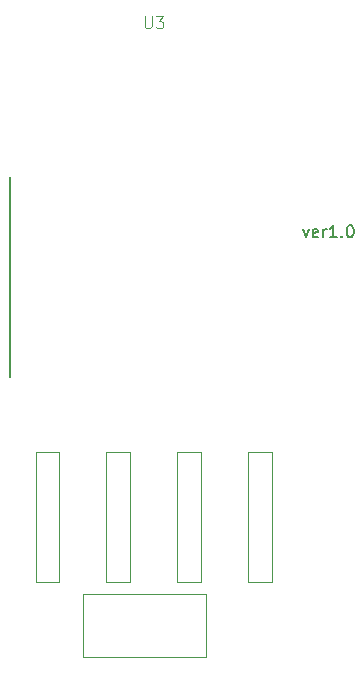
<source format=gbr>
%TF.GenerationSoftware,KiCad,Pcbnew,7.0.9*%
%TF.CreationDate,2025-02-12T23:41:43+09:00*%
%TF.ProjectId,hid_taiko_rp2040_lite,6869645f-7461-4696-9b6f-5f7270323034,rev?*%
%TF.SameCoordinates,Original*%
%TF.FileFunction,Legend,Top*%
%TF.FilePolarity,Positive*%
%FSLAX46Y46*%
G04 Gerber Fmt 4.6, Leading zero omitted, Abs format (unit mm)*
G04 Created by KiCad (PCBNEW 7.0.9) date 2025-02-12 23:41:43*
%MOMM*%
%LPD*%
G01*
G04 APERTURE LIST*
%ADD10C,0.150000*%
%ADD11C,0.100000*%
G04 APERTURE END LIST*
D10*
X134300000Y-44100000D02*
X134300000Y-61100000D01*
X159141541Y-48553152D02*
X159379636Y-49219819D01*
X159379636Y-49219819D02*
X159617731Y-48553152D01*
X160379636Y-49172200D02*
X160284398Y-49219819D01*
X160284398Y-49219819D02*
X160093922Y-49219819D01*
X160093922Y-49219819D02*
X159998684Y-49172200D01*
X159998684Y-49172200D02*
X159951065Y-49076961D01*
X159951065Y-49076961D02*
X159951065Y-48696009D01*
X159951065Y-48696009D02*
X159998684Y-48600771D01*
X159998684Y-48600771D02*
X160093922Y-48553152D01*
X160093922Y-48553152D02*
X160284398Y-48553152D01*
X160284398Y-48553152D02*
X160379636Y-48600771D01*
X160379636Y-48600771D02*
X160427255Y-48696009D01*
X160427255Y-48696009D02*
X160427255Y-48791247D01*
X160427255Y-48791247D02*
X159951065Y-48886485D01*
X160855827Y-49219819D02*
X160855827Y-48553152D01*
X160855827Y-48743628D02*
X160903446Y-48648390D01*
X160903446Y-48648390D02*
X160951065Y-48600771D01*
X160951065Y-48600771D02*
X161046303Y-48553152D01*
X161046303Y-48553152D02*
X161141541Y-48553152D01*
X161998684Y-49219819D02*
X161427256Y-49219819D01*
X161712970Y-49219819D02*
X161712970Y-48219819D01*
X161712970Y-48219819D02*
X161617732Y-48362676D01*
X161617732Y-48362676D02*
X161522494Y-48457914D01*
X161522494Y-48457914D02*
X161427256Y-48505533D01*
X162427256Y-49124580D02*
X162474875Y-49172200D01*
X162474875Y-49172200D02*
X162427256Y-49219819D01*
X162427256Y-49219819D02*
X162379637Y-49172200D01*
X162379637Y-49172200D02*
X162427256Y-49124580D01*
X162427256Y-49124580D02*
X162427256Y-49219819D01*
X163093922Y-48219819D02*
X163189160Y-48219819D01*
X163189160Y-48219819D02*
X163284398Y-48267438D01*
X163284398Y-48267438D02*
X163332017Y-48315057D01*
X163332017Y-48315057D02*
X163379636Y-48410295D01*
X163379636Y-48410295D02*
X163427255Y-48600771D01*
X163427255Y-48600771D02*
X163427255Y-48838866D01*
X163427255Y-48838866D02*
X163379636Y-49029342D01*
X163379636Y-49029342D02*
X163332017Y-49124580D01*
X163332017Y-49124580D02*
X163284398Y-49172200D01*
X163284398Y-49172200D02*
X163189160Y-49219819D01*
X163189160Y-49219819D02*
X163093922Y-49219819D01*
X163093922Y-49219819D02*
X162998684Y-49172200D01*
X162998684Y-49172200D02*
X162951065Y-49124580D01*
X162951065Y-49124580D02*
X162903446Y-49029342D01*
X162903446Y-49029342D02*
X162855827Y-48838866D01*
X162855827Y-48838866D02*
X162855827Y-48600771D01*
X162855827Y-48600771D02*
X162903446Y-48410295D01*
X162903446Y-48410295D02*
X162951065Y-48315057D01*
X162951065Y-48315057D02*
X162998684Y-48267438D01*
X162998684Y-48267438D02*
X163093922Y-48219819D01*
D11*
X145748095Y-30537419D02*
X145748095Y-31346942D01*
X145748095Y-31346942D02*
X145795714Y-31442180D01*
X145795714Y-31442180D02*
X145843333Y-31489800D01*
X145843333Y-31489800D02*
X145938571Y-31537419D01*
X145938571Y-31537419D02*
X146129047Y-31537419D01*
X146129047Y-31537419D02*
X146224285Y-31489800D01*
X146224285Y-31489800D02*
X146271904Y-31442180D01*
X146271904Y-31442180D02*
X146319523Y-31346942D01*
X146319523Y-31346942D02*
X146319523Y-30537419D01*
X146700476Y-30537419D02*
X147319523Y-30537419D01*
X147319523Y-30537419D02*
X146986190Y-30918371D01*
X146986190Y-30918371D02*
X147129047Y-30918371D01*
X147129047Y-30918371D02*
X147224285Y-30965990D01*
X147224285Y-30965990D02*
X147271904Y-31013609D01*
X147271904Y-31013609D02*
X147319523Y-31108847D01*
X147319523Y-31108847D02*
X147319523Y-31346942D01*
X147319523Y-31346942D02*
X147271904Y-31442180D01*
X147271904Y-31442180D02*
X147224285Y-31489800D01*
X147224285Y-31489800D02*
X147129047Y-31537419D01*
X147129047Y-31537419D02*
X146843333Y-31537419D01*
X146843333Y-31537419D02*
X146748095Y-31489800D01*
X146748095Y-31489800D02*
X146700476Y-31442180D01*
%TO.C,U6*%
X150500000Y-78400000D02*
X150500000Y-67400000D01*
X150500000Y-67400000D02*
X148500000Y-67400000D01*
X148500000Y-78400000D02*
X150500000Y-78400000D01*
X148500000Y-67400000D02*
X148500000Y-78400000D01*
%TO.C,U2*%
X140550000Y-84800000D02*
X150950000Y-84800000D01*
X150950000Y-84800000D02*
X150950000Y-79400000D01*
X150950000Y-79400000D02*
X140550000Y-79400000D01*
X140550000Y-79400000D02*
X140550000Y-84800000D01*
%TO.C,U8*%
X138500000Y-78400000D02*
X138500000Y-67400000D01*
X138500000Y-67400000D02*
X136500000Y-67400000D01*
X136500000Y-78400000D02*
X138500000Y-78400000D01*
X136500000Y-67400000D02*
X136500000Y-78400000D01*
%TO.C,U7*%
X144500000Y-78400000D02*
X144500000Y-67400000D01*
X144500000Y-67400000D02*
X142500000Y-67400000D01*
X142500000Y-78400000D02*
X144500000Y-78400000D01*
X142500000Y-67400000D02*
X142500000Y-78400000D01*
%TO.C,U5*%
X156500000Y-78400000D02*
X156500000Y-67400000D01*
X156500000Y-67400000D02*
X154500000Y-67400000D01*
X154500000Y-78400000D02*
X156500000Y-78400000D01*
X154500000Y-67400000D02*
X154500000Y-78400000D01*
%TD*%
M02*

</source>
